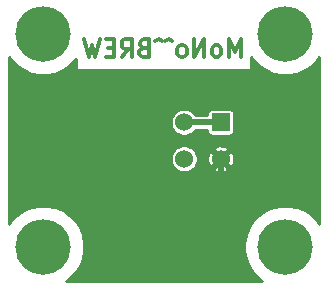
<source format=gbr>
G04 #@! TF.GenerationSoftware,KiCad,Pcbnew,5.1.9*
G04 #@! TF.CreationDate,2021-01-10T12:08:52+01:00*
G04 #@! TF.ProjectId,detectorHolder,64657465-6374-46f7-9248-6f6c6465722e,rev?*
G04 #@! TF.SameCoordinates,Original*
G04 #@! TF.FileFunction,Copper,L2,Bot*
G04 #@! TF.FilePolarity,Positive*
%FSLAX46Y46*%
G04 Gerber Fmt 4.6, Leading zero omitted, Abs format (unit mm)*
G04 Created by KiCad (PCBNEW 5.1.9) date 2021-01-10 12:08:52*
%MOMM*%
%LPD*%
G01*
G04 APERTURE LIST*
G04 #@! TA.AperFunction,NonConductor*
%ADD10C,0.300000*%
G04 #@! TD*
G04 #@! TA.AperFunction,ComponentPad*
%ADD11C,4.700000*%
G04 #@! TD*
G04 #@! TA.AperFunction,ComponentPad*
%ADD12C,1.524000*%
G04 #@! TD*
G04 #@! TA.AperFunction,ComponentPad*
%ADD13R,1.500000X1.500000*%
G04 #@! TD*
G04 #@! TA.AperFunction,ViaPad*
%ADD14C,0.800000*%
G04 #@! TD*
G04 #@! TA.AperFunction,Conductor*
%ADD15C,0.500000*%
G04 #@! TD*
G04 #@! TA.AperFunction,Conductor*
%ADD16C,0.254000*%
G04 #@! TD*
G04 #@! TA.AperFunction,Conductor*
%ADD17C,0.100000*%
G04 #@! TD*
G04 APERTURE END LIST*
D10*
X121216714Y-96309571D02*
X121216714Y-94809571D01*
X120716714Y-95881000D01*
X120216714Y-94809571D01*
X120216714Y-96309571D01*
X119288142Y-96309571D02*
X119431000Y-96238142D01*
X119502428Y-96166714D01*
X119573857Y-96023857D01*
X119573857Y-95595285D01*
X119502428Y-95452428D01*
X119431000Y-95381000D01*
X119288142Y-95309571D01*
X119073857Y-95309571D01*
X118931000Y-95381000D01*
X118859571Y-95452428D01*
X118788142Y-95595285D01*
X118788142Y-96023857D01*
X118859571Y-96166714D01*
X118931000Y-96238142D01*
X119073857Y-96309571D01*
X119288142Y-96309571D01*
X118145285Y-96309571D02*
X118145285Y-94809571D01*
X117288142Y-96309571D01*
X117288142Y-94809571D01*
X116359571Y-96309571D02*
X116502428Y-96238142D01*
X116573857Y-96166714D01*
X116645285Y-96023857D01*
X116645285Y-95595285D01*
X116573857Y-95452428D01*
X116502428Y-95381000D01*
X116359571Y-95309571D01*
X116145285Y-95309571D01*
X116002428Y-95381000D01*
X115931000Y-95452428D01*
X115859571Y-95595285D01*
X115859571Y-96023857D01*
X115931000Y-96166714D01*
X116002428Y-96238142D01*
X116145285Y-96309571D01*
X116359571Y-96309571D01*
X115431000Y-94952428D02*
X115145285Y-94738142D01*
X114859571Y-94952428D01*
X114573857Y-94952428D02*
X114288142Y-94738142D01*
X114002428Y-94952428D01*
X113002428Y-95523857D02*
X112788142Y-95595285D01*
X112716714Y-95666714D01*
X112645285Y-95809571D01*
X112645285Y-96023857D01*
X112716714Y-96166714D01*
X112788142Y-96238142D01*
X112931000Y-96309571D01*
X113502428Y-96309571D01*
X113502428Y-94809571D01*
X113002428Y-94809571D01*
X112859571Y-94881000D01*
X112788142Y-94952428D01*
X112716714Y-95095285D01*
X112716714Y-95238142D01*
X112788142Y-95381000D01*
X112859571Y-95452428D01*
X113002428Y-95523857D01*
X113502428Y-95523857D01*
X111145285Y-96309571D02*
X111645285Y-95595285D01*
X112002428Y-96309571D02*
X112002428Y-94809571D01*
X111431000Y-94809571D01*
X111288142Y-94881000D01*
X111216714Y-94952428D01*
X111145285Y-95095285D01*
X111145285Y-95309571D01*
X111216714Y-95452428D01*
X111288142Y-95523857D01*
X111431000Y-95595285D01*
X112002428Y-95595285D01*
X110502428Y-95523857D02*
X110002428Y-95523857D01*
X109788142Y-96309571D02*
X110502428Y-96309571D01*
X110502428Y-94809571D01*
X109788142Y-94809571D01*
X109288142Y-94809571D02*
X108931000Y-96309571D01*
X108645285Y-95238142D01*
X108359571Y-96309571D01*
X108002428Y-94809571D01*
D11*
X125013000Y-112353000D03*
X125013000Y-94353000D03*
X104513000Y-112353000D03*
X104513000Y-94353000D03*
D12*
X116433000Y-104928000D03*
X116433000Y-101828000D03*
X119533000Y-104928000D03*
D13*
X119533000Y-101828000D03*
D14*
X118999000Y-107315000D03*
D15*
X119533000Y-106781000D02*
X118999000Y-107315000D01*
X119533000Y-104928000D02*
X119533000Y-106781000D01*
X116433000Y-101828000D02*
X119533000Y-101828000D01*
D16*
X122312238Y-96569458D02*
X122796542Y-97053762D01*
X123366023Y-97434278D01*
X123998796Y-97696381D01*
X124670545Y-97830000D01*
X125355455Y-97830000D01*
X126027204Y-97696381D01*
X126659977Y-97434278D01*
X127229458Y-97053762D01*
X127713762Y-96569458D01*
X127886000Y-96311686D01*
X127886000Y-110394314D01*
X127713762Y-110136542D01*
X127229458Y-109652238D01*
X126659977Y-109271722D01*
X126027204Y-109009619D01*
X125355455Y-108876000D01*
X124670545Y-108876000D01*
X123998796Y-109009619D01*
X123366023Y-109271722D01*
X122796542Y-109652238D01*
X122312238Y-110136542D01*
X121931722Y-110706023D01*
X121669619Y-111338796D01*
X121536000Y-112010545D01*
X121536000Y-112695455D01*
X121669619Y-113367204D01*
X121931722Y-113999977D01*
X122312238Y-114569458D01*
X122796542Y-115053762D01*
X123054314Y-115226000D01*
X106471686Y-115226000D01*
X106729458Y-115053762D01*
X107213762Y-114569458D01*
X107594278Y-113999977D01*
X107856381Y-113367204D01*
X107990000Y-112695455D01*
X107990000Y-112010545D01*
X107856381Y-111338796D01*
X107594278Y-110706023D01*
X107213762Y-110136542D01*
X106729458Y-109652238D01*
X106159977Y-109271722D01*
X105527204Y-109009619D01*
X104855455Y-108876000D01*
X104170545Y-108876000D01*
X103498796Y-109009619D01*
X102866023Y-109271722D01*
X102296542Y-109652238D01*
X101812238Y-110136542D01*
X101640000Y-110394314D01*
X101640000Y-104815424D01*
X115290000Y-104815424D01*
X115290000Y-105040576D01*
X115333925Y-105261401D01*
X115420087Y-105469413D01*
X115545174Y-105656620D01*
X115704380Y-105815826D01*
X115891587Y-105940913D01*
X116099599Y-106027075D01*
X116320424Y-106071000D01*
X116545576Y-106071000D01*
X116766401Y-106027075D01*
X116974413Y-105940913D01*
X117161620Y-105815826D01*
X117220296Y-105757150D01*
X118883455Y-105757150D01*
X118964796Y-105926131D01*
X119170439Y-106017803D01*
X119390016Y-106067595D01*
X119615087Y-106073593D01*
X119837004Y-106035566D01*
X120047238Y-105954976D01*
X120101204Y-105926131D01*
X120182545Y-105757150D01*
X119533000Y-105107605D01*
X118883455Y-105757150D01*
X117220296Y-105757150D01*
X117320826Y-105656620D01*
X117445913Y-105469413D01*
X117532075Y-105261401D01*
X117576000Y-105040576D01*
X117576000Y-105010087D01*
X118387407Y-105010087D01*
X118425434Y-105232004D01*
X118506024Y-105442238D01*
X118534869Y-105496204D01*
X118703850Y-105577545D01*
X119353395Y-104928000D01*
X119712605Y-104928000D01*
X120362150Y-105577545D01*
X120531131Y-105496204D01*
X120622803Y-105290561D01*
X120672595Y-105070984D01*
X120678593Y-104845913D01*
X120640566Y-104623996D01*
X120559976Y-104413762D01*
X120531131Y-104359796D01*
X120362150Y-104278455D01*
X119712605Y-104928000D01*
X119353395Y-104928000D01*
X118703850Y-104278455D01*
X118534869Y-104359796D01*
X118443197Y-104565439D01*
X118393405Y-104785016D01*
X118387407Y-105010087D01*
X117576000Y-105010087D01*
X117576000Y-104815424D01*
X117532075Y-104594599D01*
X117445913Y-104386587D01*
X117320826Y-104199380D01*
X117220296Y-104098850D01*
X118883455Y-104098850D01*
X119533000Y-104748395D01*
X120182545Y-104098850D01*
X120101204Y-103929869D01*
X119895561Y-103838197D01*
X119675984Y-103788405D01*
X119450913Y-103782407D01*
X119228996Y-103820434D01*
X119018762Y-103901024D01*
X118964796Y-103929869D01*
X118883455Y-104098850D01*
X117220296Y-104098850D01*
X117161620Y-104040174D01*
X116974413Y-103915087D01*
X116766401Y-103828925D01*
X116545576Y-103785000D01*
X116320424Y-103785000D01*
X116099599Y-103828925D01*
X115891587Y-103915087D01*
X115704380Y-104040174D01*
X115545174Y-104199380D01*
X115420087Y-104386587D01*
X115333925Y-104594599D01*
X115290000Y-104815424D01*
X101640000Y-104815424D01*
X101640000Y-101715424D01*
X115290000Y-101715424D01*
X115290000Y-101940576D01*
X115333925Y-102161401D01*
X115420087Y-102369413D01*
X115545174Y-102556620D01*
X115704380Y-102715826D01*
X115891587Y-102840913D01*
X116099599Y-102927075D01*
X116320424Y-102971000D01*
X116545576Y-102971000D01*
X116766401Y-102927075D01*
X116974413Y-102840913D01*
X117161620Y-102715826D01*
X117320826Y-102556620D01*
X117386053Y-102459000D01*
X118400157Y-102459000D01*
X118400157Y-102578000D01*
X118407513Y-102652689D01*
X118429299Y-102724508D01*
X118464678Y-102790696D01*
X118512289Y-102848711D01*
X118570304Y-102896322D01*
X118636492Y-102931701D01*
X118708311Y-102953487D01*
X118783000Y-102960843D01*
X120283000Y-102960843D01*
X120357689Y-102953487D01*
X120429508Y-102931701D01*
X120495696Y-102896322D01*
X120553711Y-102848711D01*
X120601322Y-102790696D01*
X120636701Y-102724508D01*
X120658487Y-102652689D01*
X120665843Y-102578000D01*
X120665843Y-101078000D01*
X120658487Y-101003311D01*
X120636701Y-100931492D01*
X120601322Y-100865304D01*
X120553711Y-100807289D01*
X120495696Y-100759678D01*
X120429508Y-100724299D01*
X120357689Y-100702513D01*
X120283000Y-100695157D01*
X118783000Y-100695157D01*
X118708311Y-100702513D01*
X118636492Y-100724299D01*
X118570304Y-100759678D01*
X118512289Y-100807289D01*
X118464678Y-100865304D01*
X118429299Y-100931492D01*
X118407513Y-101003311D01*
X118400157Y-101078000D01*
X118400157Y-101197000D01*
X117386053Y-101197000D01*
X117320826Y-101099380D01*
X117161620Y-100940174D01*
X116974413Y-100815087D01*
X116766401Y-100728925D01*
X116545576Y-100685000D01*
X116320424Y-100685000D01*
X116099599Y-100728925D01*
X115891587Y-100815087D01*
X115704380Y-100940174D01*
X115545174Y-101099380D01*
X115420087Y-101286587D01*
X115333925Y-101494599D01*
X115290000Y-101715424D01*
X101640000Y-101715424D01*
X101640000Y-96311686D01*
X101812238Y-96569458D01*
X102296542Y-97053762D01*
X102866023Y-97434278D01*
X103498796Y-97696381D01*
X104170545Y-97830000D01*
X104855455Y-97830000D01*
X105527204Y-97696381D01*
X106159977Y-97434278D01*
X106729458Y-97053762D01*
X107213762Y-96569458D01*
X107257143Y-96504534D01*
X107257143Y-97407000D01*
X122104857Y-97407000D01*
X122104857Y-96259091D01*
X122312238Y-96569458D01*
G04 #@! TA.AperFunction,Conductor*
D17*
G36*
X122312238Y-96569458D02*
G01*
X122796542Y-97053762D01*
X123366023Y-97434278D01*
X123998796Y-97696381D01*
X124670545Y-97830000D01*
X125355455Y-97830000D01*
X126027204Y-97696381D01*
X126659977Y-97434278D01*
X127229458Y-97053762D01*
X127713762Y-96569458D01*
X127886000Y-96311686D01*
X127886000Y-110394314D01*
X127713762Y-110136542D01*
X127229458Y-109652238D01*
X126659977Y-109271722D01*
X126027204Y-109009619D01*
X125355455Y-108876000D01*
X124670545Y-108876000D01*
X123998796Y-109009619D01*
X123366023Y-109271722D01*
X122796542Y-109652238D01*
X122312238Y-110136542D01*
X121931722Y-110706023D01*
X121669619Y-111338796D01*
X121536000Y-112010545D01*
X121536000Y-112695455D01*
X121669619Y-113367204D01*
X121931722Y-113999977D01*
X122312238Y-114569458D01*
X122796542Y-115053762D01*
X123054314Y-115226000D01*
X106471686Y-115226000D01*
X106729458Y-115053762D01*
X107213762Y-114569458D01*
X107594278Y-113999977D01*
X107856381Y-113367204D01*
X107990000Y-112695455D01*
X107990000Y-112010545D01*
X107856381Y-111338796D01*
X107594278Y-110706023D01*
X107213762Y-110136542D01*
X106729458Y-109652238D01*
X106159977Y-109271722D01*
X105527204Y-109009619D01*
X104855455Y-108876000D01*
X104170545Y-108876000D01*
X103498796Y-109009619D01*
X102866023Y-109271722D01*
X102296542Y-109652238D01*
X101812238Y-110136542D01*
X101640000Y-110394314D01*
X101640000Y-104815424D01*
X115290000Y-104815424D01*
X115290000Y-105040576D01*
X115333925Y-105261401D01*
X115420087Y-105469413D01*
X115545174Y-105656620D01*
X115704380Y-105815826D01*
X115891587Y-105940913D01*
X116099599Y-106027075D01*
X116320424Y-106071000D01*
X116545576Y-106071000D01*
X116766401Y-106027075D01*
X116974413Y-105940913D01*
X117161620Y-105815826D01*
X117220296Y-105757150D01*
X118883455Y-105757150D01*
X118964796Y-105926131D01*
X119170439Y-106017803D01*
X119390016Y-106067595D01*
X119615087Y-106073593D01*
X119837004Y-106035566D01*
X120047238Y-105954976D01*
X120101204Y-105926131D01*
X120182545Y-105757150D01*
X119533000Y-105107605D01*
X118883455Y-105757150D01*
X117220296Y-105757150D01*
X117320826Y-105656620D01*
X117445913Y-105469413D01*
X117532075Y-105261401D01*
X117576000Y-105040576D01*
X117576000Y-105010087D01*
X118387407Y-105010087D01*
X118425434Y-105232004D01*
X118506024Y-105442238D01*
X118534869Y-105496204D01*
X118703850Y-105577545D01*
X119353395Y-104928000D01*
X119712605Y-104928000D01*
X120362150Y-105577545D01*
X120531131Y-105496204D01*
X120622803Y-105290561D01*
X120672595Y-105070984D01*
X120678593Y-104845913D01*
X120640566Y-104623996D01*
X120559976Y-104413762D01*
X120531131Y-104359796D01*
X120362150Y-104278455D01*
X119712605Y-104928000D01*
X119353395Y-104928000D01*
X118703850Y-104278455D01*
X118534869Y-104359796D01*
X118443197Y-104565439D01*
X118393405Y-104785016D01*
X118387407Y-105010087D01*
X117576000Y-105010087D01*
X117576000Y-104815424D01*
X117532075Y-104594599D01*
X117445913Y-104386587D01*
X117320826Y-104199380D01*
X117220296Y-104098850D01*
X118883455Y-104098850D01*
X119533000Y-104748395D01*
X120182545Y-104098850D01*
X120101204Y-103929869D01*
X119895561Y-103838197D01*
X119675984Y-103788405D01*
X119450913Y-103782407D01*
X119228996Y-103820434D01*
X119018762Y-103901024D01*
X118964796Y-103929869D01*
X118883455Y-104098850D01*
X117220296Y-104098850D01*
X117161620Y-104040174D01*
X116974413Y-103915087D01*
X116766401Y-103828925D01*
X116545576Y-103785000D01*
X116320424Y-103785000D01*
X116099599Y-103828925D01*
X115891587Y-103915087D01*
X115704380Y-104040174D01*
X115545174Y-104199380D01*
X115420087Y-104386587D01*
X115333925Y-104594599D01*
X115290000Y-104815424D01*
X101640000Y-104815424D01*
X101640000Y-101715424D01*
X115290000Y-101715424D01*
X115290000Y-101940576D01*
X115333925Y-102161401D01*
X115420087Y-102369413D01*
X115545174Y-102556620D01*
X115704380Y-102715826D01*
X115891587Y-102840913D01*
X116099599Y-102927075D01*
X116320424Y-102971000D01*
X116545576Y-102971000D01*
X116766401Y-102927075D01*
X116974413Y-102840913D01*
X117161620Y-102715826D01*
X117320826Y-102556620D01*
X117386053Y-102459000D01*
X118400157Y-102459000D01*
X118400157Y-102578000D01*
X118407513Y-102652689D01*
X118429299Y-102724508D01*
X118464678Y-102790696D01*
X118512289Y-102848711D01*
X118570304Y-102896322D01*
X118636492Y-102931701D01*
X118708311Y-102953487D01*
X118783000Y-102960843D01*
X120283000Y-102960843D01*
X120357689Y-102953487D01*
X120429508Y-102931701D01*
X120495696Y-102896322D01*
X120553711Y-102848711D01*
X120601322Y-102790696D01*
X120636701Y-102724508D01*
X120658487Y-102652689D01*
X120665843Y-102578000D01*
X120665843Y-101078000D01*
X120658487Y-101003311D01*
X120636701Y-100931492D01*
X120601322Y-100865304D01*
X120553711Y-100807289D01*
X120495696Y-100759678D01*
X120429508Y-100724299D01*
X120357689Y-100702513D01*
X120283000Y-100695157D01*
X118783000Y-100695157D01*
X118708311Y-100702513D01*
X118636492Y-100724299D01*
X118570304Y-100759678D01*
X118512289Y-100807289D01*
X118464678Y-100865304D01*
X118429299Y-100931492D01*
X118407513Y-101003311D01*
X118400157Y-101078000D01*
X118400157Y-101197000D01*
X117386053Y-101197000D01*
X117320826Y-101099380D01*
X117161620Y-100940174D01*
X116974413Y-100815087D01*
X116766401Y-100728925D01*
X116545576Y-100685000D01*
X116320424Y-100685000D01*
X116099599Y-100728925D01*
X115891587Y-100815087D01*
X115704380Y-100940174D01*
X115545174Y-101099380D01*
X115420087Y-101286587D01*
X115333925Y-101494599D01*
X115290000Y-101715424D01*
X101640000Y-101715424D01*
X101640000Y-96311686D01*
X101812238Y-96569458D01*
X102296542Y-97053762D01*
X102866023Y-97434278D01*
X103498796Y-97696381D01*
X104170545Y-97830000D01*
X104855455Y-97830000D01*
X105527204Y-97696381D01*
X106159977Y-97434278D01*
X106729458Y-97053762D01*
X107213762Y-96569458D01*
X107257143Y-96504534D01*
X107257143Y-97407000D01*
X122104857Y-97407000D01*
X122104857Y-96259091D01*
X122312238Y-96569458D01*
G37*
G04 #@! TD.AperFunction*
M02*

</source>
